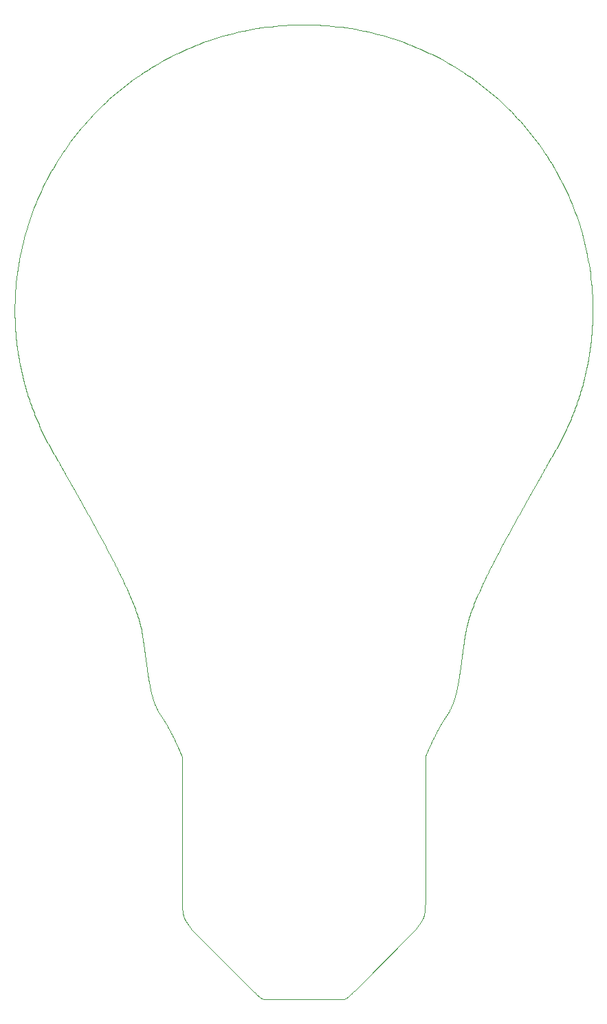
<source format=gbr>
G04                                                      *
G04 Greetings!                                           *
G04 This Gerber was generated by PCBmodE, an open source *
G04 PCB design software. Get it here:                    *
G04                                                      *
G04   http://pcbmode.com                                 *
G04                                                      *
G04 Also visit                                           *
G04                                                      *
G04   http://boldport.com                                *
G04                                                      *
G04 and follow @boldport / @pcbmode for updates!         *
G04                                                      *

G04 leading zeros omitted (L); absolute data (A); 6 integer digits and 6 fractional digits *
%FSLAX66Y66*%

G04 mode (MO): millimeters (MM) *
%MOMM*%

G04 Aperture definitions *
%ADD10C,0.001X*%
%ADD11C,0.001X*%
%ADD20C,0.05X*%

%LPD*%
D20*
G01X35593860Y-0000000D02*
G01X35593860Y-0000000D01*
G01X35005252Y-0004715D01*
G01X34418950Y-0018810D01*
G01X33835027Y-0042213D01*
G01X33253558Y-0074851D01*
G01X32674615Y-0116652D01*
G01X32098272Y-0167544D01*
G01X31524602Y-0227453D01*
G01X30953678Y-0296309D01*
G01X30385573Y-0374037D01*
G01X29820361Y-0460566D01*
G01X29258116Y-0555823D01*
G01X28698909Y-0659736D01*
G01X28142815Y-0772232D01*
G01X27589907Y-0893239D01*
G01X27040258Y-1022684D01*
G01X26493942Y-1160495D01*
G01X25951031Y-1306600D01*
G01X25411600Y-1460926D01*
G01X24875721Y-1623401D01*
G01X24343467Y-1793951D01*
G01X23814912Y-1972506D01*
G01X23290129Y-2158991D01*
G01X22769192Y-2353336D01*
G01X22252174Y-2555467D01*
G01X21739147Y-2765312D01*
G01X21230186Y-2982798D01*
G01X20725363Y-3207853D01*
G01X20224752Y-3440405D01*
G01X19728427Y-3680381D01*
G01X19236459Y-3927709D01*
G01X18748924Y-4182315D01*
G01X18265893Y-4444129D01*
G01X17787441Y-4713077D01*
G01X17313640Y-4989087D01*
G01X16844564Y-5272086D01*
G01X16380286Y-5562002D01*
G01X15920880Y-5858763D01*
G01X15466418Y-6162296D01*
G01X15016974Y-6472529D01*
G01X14572621Y-6789388D01*
G01X14133433Y-7112803D01*
G01X13699483Y-7442700D01*
G01X13270844Y-7779006D01*
G01X12847589Y-8121650D01*
G01X12429792Y-8470559D01*
G01X12017526Y-8825661D01*
G01X11610864Y-9186882D01*
G01X11209879Y-9554151D01*
G01X10814646Y-9927396D01*
G01X10425236Y-10306543D01*
G01X10041724Y-10691520D01*
G01X9664182Y-11082255D01*
G01X9292685Y-11478675D01*
G01X8927304Y-11880708D01*
G01X8568114Y-12288282D01*
G01X8215188Y-12701324D01*
G01X7868599Y-13119761D01*
G01X7528420Y-13543522D01*
G01X7194725Y-13972533D01*
G01X6867587Y-14406722D01*
G01X6547078Y-14846017D01*
G01X6233274Y-15290345D01*
G01X5926246Y-15739635D01*
G01X5626068Y-16193812D01*
G01X5332813Y-16652806D01*
G01X5046555Y-17116543D01*
G01X4767367Y-17584951D01*
G01X4495322Y-18057958D01*
G01X4230494Y-18535491D01*
G01X3972955Y-19017478D01*
G01X3722780Y-19503846D01*
G01X3480040Y-19994523D01*
G01X3244810Y-20489436D01*
G01X3017163Y-20988513D01*
G01X2797172Y-21491682D01*
G01X2584911Y-21998870D01*
G01X2380452Y-22510004D01*
G01X2183869Y-23025013D01*
G01X1995236Y-23543823D01*
G01X1814625Y-24066362D01*
G01X1642110Y-24592558D01*
G01X1477764Y-25122339D01*
G01X1321661Y-25655631D01*
G01X1173873Y-26192363D01*
G01X1034474Y-26732462D01*
G01X0903537Y-27275856D01*
G01X0781136Y-27822471D01*
G01X0667344Y-28372236D01*
G01X0562234Y-28925079D01*
G01X0465879Y-29480926D01*
G01X0378353Y-30039705D01*
G01X0299729Y-30601345D01*
G01X0230080Y-31165771D01*
G01X0169480Y-31732913D01*
G01X0118001Y-32302697D01*
G01X0075717Y-32875051D01*
G01X0042702Y-33449903D01*
G01X0019029Y-34027180D01*
G01X0004770Y-34606810D01*
G01X0000000Y-35188720D01*
G01X0000000Y-35188720D01*
G01X0000000Y-35188720D01*
G01X0000873Y-35382586D01*
G01X0002825Y-35576370D01*
G01X0005855Y-35770070D01*
G01X0009962Y-35963680D01*
G01X0015145Y-36157197D01*
G01X0021402Y-36350617D01*
G01X0028732Y-36543934D01*
G01X0037134Y-36737146D01*
G01X0046607Y-36930247D01*
G01X0057149Y-37123234D01*
G01X0068760Y-37316103D01*
G01X0081439Y-37508849D01*
G01X0095183Y-37701469D01*
G01X0109992Y-37893957D01*
G01X0125865Y-38086310D01*
G01X0142800Y-38278524D01*
G01X0160797Y-38470595D01*
G01X0179853Y-38662518D01*
G01X0199969Y-38854289D01*
G01X0221142Y-39045904D01*
G01X0243371Y-39237358D01*
G01X0266656Y-39428649D01*
G01X0290995Y-39619771D01*
G01X0316387Y-39810721D01*
G01X0342831Y-40001493D01*
G01X0370325Y-40192085D01*
G01X0398869Y-40382491D01*
G01X0428461Y-40572708D01*
G01X0459099Y-40762732D01*
G01X0490784Y-40952558D01*
G01X0523513Y-41142182D01*
G01X0557285Y-41331600D01*
G01X0592099Y-41520807D01*
G01X0627955Y-41709801D01*
G01X0664850Y-41898576D01*
G01X0702784Y-42087128D01*
G01X0741755Y-42275453D01*
G01X0781763Y-42463548D01*
G01X0822805Y-42651407D01*
G01X0864881Y-42839026D01*
G01X0907990Y-43026403D01*
G01X0952130Y-43213531D01*
G01X0997301Y-43400408D01*
G01X1043501Y-43587028D01*
G01X1090728Y-43773388D01*
G01X1138982Y-43959484D01*
G01X1188262Y-44145311D01*
G01X1238566Y-44330866D01*
G01X1289892Y-44516143D01*
G01X1342241Y-44701140D01*
G01X1395611Y-44885851D01*
G01X1450000Y-45070273D01*
G01X1505407Y-45254401D01*
G01X1561831Y-45438232D01*
G01X1619272Y-45621760D01*
G01X1677727Y-45804983D01*
G01X1737195Y-45987895D01*
G01X1797676Y-46170493D01*
G01X1859168Y-46352772D01*
G01X1921670Y-46534728D01*
G01X1985181Y-46716358D01*
G01X2049699Y-46897656D01*
G01X2115223Y-47078619D01*
G01X2181753Y-47259243D01*
G01X2249287Y-47439523D01*
G01X2317824Y-47619455D01*
G01X2387362Y-47799035D01*
G01X2457900Y-47978259D01*
G01X2529438Y-48157122D01*
G01X2601974Y-48335622D01*
G01X2675506Y-48513752D01*
G01X2750034Y-48691510D01*
G01X2825557Y-48868891D01*
G01X2902073Y-49045890D01*
G01X2979581Y-49222504D01*
G01X3058080Y-49398729D01*
G01X3137568Y-49574560D01*
G01X3218045Y-49749993D01*
G01X3299509Y-49925025D01*
G01X3381959Y-50099650D01*
G01X3465394Y-50273864D01*
G01X3549813Y-50447664D01*
G01X3635214Y-50621046D01*
G01X3721597Y-50794004D01*
G01X3808959Y-50966536D01*
G01X3897301Y-51138636D01*
G01X3986620Y-51310301D01*
G01X4076916Y-51481527D01*
G01X4168187Y-51652309D01*
G01X4260432Y-51822642D01*
G01X4353651Y-51992524D01*
G01X4447841Y-52161950D01*
G01X4543001Y-52330915D01*
G01X4639131Y-52499416D01*
G01X4736229Y-52667447D01*
G01X4834294Y-52835006D01*
G01X4933325Y-53002088D01*
G01X5033320Y-53168689D01*
G01X5134279Y-53334804D01*
G01X5236200Y-53500430D01*
G01X5236200Y-53500430D01*
G01X5236200Y-53500430D01*
G01X5342602Y-53694265D01*
G01X5450532Y-53890252D01*
G01X5559940Y-54088335D01*
G01X5670779Y-54288461D01*
G01X5783001Y-54490575D01*
G01X5896557Y-54694623D01*
G01X6011400Y-54900549D01*
G01X6127481Y-55108301D01*
G01X6244752Y-55317823D01*
G01X6363165Y-55529060D01*
G01X6482673Y-55741960D01*
G01X6603225Y-55956466D01*
G01X6724776Y-56172525D01*
G01X6847276Y-56390083D01*
G01X6970678Y-56609084D01*
G01X7094933Y-56829475D01*
G01X7219993Y-57051201D01*
G01X7345810Y-57274208D01*
G01X7472336Y-57498441D01*
G01X7599523Y-57723846D01*
G01X7727322Y-57950368D01*
G01X7855686Y-58177954D01*
G01X7984567Y-58406548D01*
G01X8113915Y-58636096D01*
G01X8243684Y-58866544D01*
G01X8373825Y-59097837D01*
G01X8504290Y-59329922D01*
G01X8635031Y-59562743D01*
G01X8765999Y-59796246D01*
G01X8897147Y-60030377D01*
G01X9028427Y-60265081D01*
G01X9159789Y-60500304D01*
G01X9291187Y-60735992D01*
G01X9422572Y-60972090D01*
G01X9553896Y-61208544D01*
G01X9685111Y-61445298D01*
G01X9816168Y-61682300D01*
G01X9947020Y-61919494D01*
G01X10077618Y-62156827D01*
G01X10207915Y-62394243D01*
G01X10337862Y-62631688D01*
G01X10467411Y-62869108D01*
G01X10596513Y-63106449D01*
G01X10725122Y-63343655D01*
G01X10853188Y-63580673D01*
G01X10980664Y-63817449D01*
G01X11107502Y-64053927D01*
G01X11233652Y-64290053D01*
G01X11359068Y-64525774D01*
G01X11483701Y-64761034D01*
G01X11607503Y-64995779D01*
G01X11730426Y-65229955D01*
G01X11852421Y-65463507D01*
G01X11973441Y-65696381D01*
G01X12093438Y-65928523D01*
G01X12212362Y-66159878D01*
G01X12330167Y-66390391D01*
G01X12446804Y-66620009D01*
G01X12562225Y-66848677D01*
G01X12676382Y-67076340D01*
G01X12789226Y-67302944D01*
G01X12900710Y-67528434D01*
G01X13010786Y-67752757D01*
G01X13119405Y-67975858D01*
G01X13226519Y-68197682D01*
G01X13332080Y-68418176D01*
G01X13436040Y-68637283D01*
G01X13538351Y-68854951D01*
G01X13638964Y-69071125D01*
G01X13737833Y-69285750D01*
G01X13834907Y-69498772D01*
G01X13930140Y-69710137D01*
G01X14023483Y-69919790D01*
G01X14114888Y-70127676D01*
G01X14204308Y-70333742D01*
G01X14291693Y-70537932D01*
G01X14376995Y-70740193D01*
G01X14460168Y-70940471D01*
G01X14541162Y-71138709D01*
G01X14619929Y-71334856D01*
G01X14696421Y-71528855D01*
G01X14770590Y-71720652D01*
G01X14842389Y-71910193D01*
G01X14911768Y-72097424D01*
G01X14978680Y-72282291D01*
G01X15043076Y-72464738D01*
G01X15104909Y-72644711D01*
G01X15164131Y-72822156D01*
G01X15220692Y-72997019D01*
G01X15274546Y-73169246D01*
G01X15325644Y-73338780D01*
G01X15373937Y-73505570D01*
G01X15419378Y-73669559D01*
G01X15461919Y-73830693D01*
G01X15501511Y-73988919D01*
G01X15538107Y-74144182D01*
G01X15571658Y-74296426D01*
G01X15602115Y-74445599D01*
G01X15629432Y-74591645D01*
G01X15653560Y-74734510D01*
G01X15653560Y-74734510D01*
G01X15653560Y-74734510D01*
G01X15675923Y-74875642D01*
G01X15697902Y-75016000D01*
G01X15719510Y-75155584D01*
G01X15740759Y-75294393D01*
G01X15761660Y-75432428D01*
G01X15782226Y-75569687D01*
G01X15802469Y-75706171D01*
G01X15822400Y-75841878D01*
G01X15842033Y-75976810D01*
G01X15861379Y-76110964D01*
G01X15880450Y-76244341D01*
G01X15899258Y-76376941D01*
G01X15917815Y-76508762D01*
G01X15936134Y-76639805D01*
G01X15954226Y-76770070D01*
G01X15972103Y-76899555D01*
G01X15989778Y-77028260D01*
G01X16007263Y-77156186D01*
G01X16024570Y-77283331D01*
G01X16041710Y-77409695D01*
G01X16058697Y-77535278D01*
G01X16075541Y-77660080D01*
G01X16092255Y-77784099D01*
G01X16108852Y-77907337D01*
G01X16125342Y-78029791D01*
G01X16141739Y-78151463D01*
G01X16158055Y-78272350D01*
G01X16174300Y-78392454D01*
G01X16190489Y-78511774D01*
G01X16206631Y-78630309D01*
G01X16222741Y-78748059D01*
G01X16238829Y-78865023D01*
G01X16254908Y-78981201D01*
G01X16270990Y-79096593D01*
G01X16287087Y-79211199D01*
G01X16303211Y-79325017D01*
G01X16319374Y-79438048D01*
G01X16335588Y-79550291D01*
G01X16351866Y-79661745D01*
G01X16368219Y-79772411D01*
G01X16384659Y-79882288D01*
G01X16401199Y-79991375D01*
G01X16417850Y-80099673D01*
G01X16434625Y-80207180D01*
G01X16451536Y-80313897D01*
G01X16468595Y-80419823D01*
G01X16485813Y-80524957D01*
G01X16503204Y-80629300D01*
G01X16520778Y-80732850D01*
G01X16538549Y-80835607D01*
G01X16556528Y-80937572D01*
G01X16574727Y-81038743D01*
G01X16593158Y-81139121D01*
G01X16611834Y-81238704D01*
G01X16630766Y-81337493D01*
G01X16649967Y-81435486D01*
G01X16669449Y-81532685D01*
G01X16689223Y-81629087D01*
G01X16709303Y-81724694D01*
G01X16729699Y-81819504D01*
G01X16750424Y-81913517D01*
G01X16771490Y-82006732D01*
G01X16792909Y-82099150D01*
G01X16814693Y-82190770D01*
G01X16836855Y-82281591D01*
G01X16859406Y-82371613D01*
G01X16882358Y-82460836D01*
G01X16905724Y-82549260D01*
G01X16929516Y-82636883D01*
G01X16953745Y-82723705D01*
G01X16978424Y-82809727D01*
G01X17003565Y-82894948D01*
G01X17029179Y-82979366D01*
G01X17055280Y-83062983D01*
G01X17081878Y-83145798D01*
G01X17108987Y-83227809D01*
G01X17136618Y-83309017D01*
G01X17164783Y-83389422D01*
G01X17193495Y-83469022D01*
G01X17222764Y-83547818D01*
G01X17252605Y-83625809D01*
G01X17283028Y-83702995D01*
G01X17314046Y-83779376D01*
G01X17345670Y-83854950D01*
G01X17377913Y-83929718D01*
G01X17410787Y-84003679D01*
G01X17444304Y-84076833D01*
G01X17478476Y-84149179D01*
G01X17513316Y-84220718D01*
G01X17548834Y-84291448D01*
G01X17585044Y-84361369D01*
G01X17621957Y-84430481D01*
G01X17659585Y-84498784D01*
G01X17697941Y-84566276D01*
G01X17737036Y-84632958D01*
G01X17776883Y-84698830D01*
G01X17817494Y-84763890D01*
G01X17858881Y-84828139D01*
G01X17901055Y-84891576D01*
G01X17944030Y-84954200D01*
G01X17944030Y-84954200D01*
G01X17944030Y-84954200D01*
G01X17987341Y-85016717D01*
G01X18030513Y-85079815D01*
G01X18073540Y-85143469D01*
G01X18116416Y-85207656D01*
G01X18159135Y-85272350D01*
G01X18201691Y-85337526D01*
G01X18244077Y-85403161D01*
G01X18286289Y-85469230D01*
G01X18328319Y-85535708D01*
G01X18370163Y-85602570D01*
G01X18411813Y-85669793D01*
G01X18453264Y-85737351D01*
G01X18494510Y-85805220D01*
G01X18535545Y-85873375D01*
G01X18576362Y-85941792D01*
G01X18616956Y-86010447D01*
G01X18657321Y-86079314D01*
G01X18697451Y-86148369D01*
G01X18737340Y-86217588D01*
G01X18776981Y-86286946D01*
G01X18816369Y-86356418D01*
G01X18855497Y-86425981D01*
G01X18894360Y-86495609D01*
G01X18932952Y-86565277D01*
G01X18971267Y-86634962D01*
G01X19009298Y-86704639D01*
G01X19047039Y-86774283D01*
G01X19084486Y-86843869D01*
G01X19121631Y-86913373D01*
G01X19158468Y-86982771D01*
G01X19194992Y-87052038D01*
G01X19231196Y-87121150D01*
G01X19267075Y-87190081D01*
G01X19302623Y-87258807D01*
G01X19337833Y-87327304D01*
G01X19372699Y-87395547D01*
G01X19407216Y-87463512D01*
G01X19441377Y-87531174D01*
G01X19475176Y-87598508D01*
G01X19508608Y-87665491D01*
G01X19541667Y-87732096D01*
G01X19574345Y-87798301D01*
G01X19606639Y-87864079D01*
G01X19638540Y-87929408D01*
G01X19670044Y-87994262D01*
G01X19701144Y-88058616D01*
G01X19731834Y-88122446D01*
G01X19762108Y-88185728D01*
G01X19791961Y-88248436D01*
G01X19821386Y-88310547D01*
G01X19850377Y-88372036D01*
G01X19878929Y-88432878D01*
G01X19907035Y-88493049D01*
G01X19934688Y-88552524D01*
G01X19961884Y-88611279D01*
G01X19988616Y-88669289D01*
G01X20014878Y-88726529D01*
G01X20040665Y-88782975D01*
G01X20065969Y-88838602D01*
G01X20090786Y-88893386D01*
G01X20115108Y-88947303D01*
G01X20138931Y-89000327D01*
G01X20162247Y-89052434D01*
G01X20185052Y-89103600D01*
G01X20207338Y-89153800D01*
G01X20229101Y-89203009D01*
G01X20250333Y-89251204D01*
G01X20271030Y-89298359D01*
G01X20291184Y-89344449D01*
G01X20310791Y-89389451D01*
G01X20329843Y-89433339D01*
G01X20348335Y-89476090D01*
G01X20366261Y-89517678D01*
G01X20383615Y-89558079D01*
G01X20400390Y-89597269D01*
G01X20416582Y-89635223D01*
G01X20432183Y-89671916D01*
G01X20447188Y-89707323D01*
G01X20461591Y-89741422D01*
G01X20475385Y-89774185D01*
G01X20488565Y-89805590D01*
G01X20501125Y-89835612D01*
G01X20513059Y-89864225D01*
G01X20524361Y-89891406D01*
G01X20535024Y-89917130D01*
G01X20545042Y-89941372D01*
G01X20554411Y-89964108D01*
G01X20563123Y-89985314D01*
G01X20571172Y-90004964D01*
G01X20578554Y-90023034D01*
G01X20585260Y-90039499D01*
G01X20591287Y-90054336D01*
G01X20596627Y-90067519D01*
G01X20601274Y-90079024D01*
G01X20605223Y-90088827D01*
G01X20608468Y-90096902D01*
G01X20611001Y-90103226D01*
G01X20612819Y-90107773D01*
G01X20613914Y-90110519D01*
G01X20614280Y-90111440D01*
G01X20614280Y-90111440D01*
G01X20614280Y-108120590D01*
G01X20614280Y-108120590D01*
G01X20620049Y-108224539D01*
G01X20625600Y-108324365D01*
G01X20630994Y-108420229D01*
G01X20636294Y-108512291D01*
G01X20641560Y-108600714D01*
G01X20646855Y-108685657D01*
G01X20652238Y-108767281D01*
G01X20657773Y-108845748D01*
G01X20663520Y-108921219D01*
G01X20669540Y-108993854D01*
G01X20675895Y-109063814D01*
G01X20682647Y-109131261D01*
G01X20689857Y-109196355D01*
G01X20697586Y-109259258D01*
G01X20705895Y-109320129D01*
G01X20714847Y-109379131D01*
G01X20724502Y-109436424D01*
G01X20734922Y-109492170D01*
G01X20746169Y-109546528D01*
G01X20758303Y-109599660D01*
G01X20771387Y-109651727D01*
G01X20785481Y-109702890D01*
G01X20800647Y-109753310D01*
G01X20816947Y-109803148D01*
G01X20834441Y-109852565D01*
G01X20853192Y-109901721D01*
G01X20873260Y-109950778D01*
G01X20894708Y-109999897D01*
G01X20917596Y-110049239D01*
G01X20941986Y-110098964D01*
G01X20967939Y-110149233D01*
G01X20995517Y-110200208D01*
G01X21024781Y-110252049D01*
G01X21055793Y-110304918D01*
G01X21088614Y-110358975D01*
G01X21123305Y-110414381D01*
G01X21159928Y-110471298D01*
G01X21198545Y-110529886D01*
G01X21239216Y-110590306D01*
G01X21282003Y-110652719D01*
G01X21326967Y-110717286D01*
G01X21374171Y-110784168D01*
G01X21423675Y-110853526D01*
G01X21475540Y-110925521D01*
G01X21529829Y-111000314D01*
G01X21586603Y-111078066D01*
G01X21645922Y-111158937D01*
G01X21707849Y-111243089D01*
G01X21772444Y-111330683D01*
G01X21839770Y-111421880D01*
G01X21839770Y-111421880D01*
G01X29345690Y-118927810D01*
G01X29345690Y-118927810D01*
G01X29430310Y-119012692D01*
G01X29510228Y-119093008D01*
G01X29585727Y-119168883D01*
G01X29657093Y-119240443D01*
G01X29724610Y-119307812D01*
G01X29788564Y-119371114D01*
G01X29849240Y-119430476D01*
G01X29906923Y-119486022D01*
G01X29961896Y-119537876D01*
G01X30014447Y-119586164D01*
G01X30064858Y-119631011D01*
G01X30113416Y-119672542D01*
G01X30160405Y-119710881D01*
G01X30206110Y-119746154D01*
G01X30250816Y-119778486D01*
G01X30294808Y-119808000D01*
G01X30338371Y-119834823D01*
G01X30381790Y-119859080D01*
G01X30425350Y-119880895D01*
G01X30469335Y-119900392D01*
G01X30514031Y-119917699D01*
G01X30559723Y-119932938D01*
G01X30606695Y-119946235D01*
G01X30655233Y-119957715D01*
G01X30705621Y-119967503D01*
G01X30758144Y-119975723D01*
G01X30813088Y-119982502D01*
G01X30870737Y-119987963D01*
G01X30931376Y-119992232D01*
G01X30995291Y-119995433D01*
G01X31062765Y-119997692D01*
G01X31134084Y-119999134D01*
G01X31209533Y-119999883D01*
G01X31235650Y-120000000D01*
G01X39952360Y-120000000D01*
G01X39952360Y-120000000D01*
G01X40029248Y-119999447D01*
G01X40101910Y-119998243D01*
G01X40170631Y-119996265D01*
G01X40235695Y-119993387D01*
G01X40297388Y-119989483D01*
G01X40355995Y-119984430D01*
G01X40411801Y-119978102D01*
G01X40465090Y-119970373D01*
G01X40516149Y-119961120D01*
G01X40565261Y-119950217D01*
G01X40612712Y-119937540D01*
G01X40658787Y-119922962D01*
G01X40703771Y-119906359D01*
G01X40747950Y-119887607D01*
G01X40791607Y-119866580D01*
G01X40835028Y-119843153D01*
G01X40878498Y-119817201D01*
G01X40922303Y-119788600D01*
G01X40966726Y-119757224D01*
G01X41012054Y-119722948D01*
G01X41058571Y-119685647D01*
G01X41106562Y-119645197D01*
G01X41156312Y-119601472D01*
G01X41208107Y-119554347D01*
G01X41262231Y-119503698D01*
G01X41318970Y-119449399D01*
G01X41378608Y-119391325D01*
G01X41441430Y-119329352D01*
G01X41507721Y-119263355D01*
G01X41577768Y-119193208D01*
G01X41651853Y-119118786D01*
G01X41730263Y-119039965D01*
G01X41813283Y-118956619D01*
G01X41842030Y-118927810D01*
G01X49347950Y-111421880D01*
G01X49347950Y-111421880D01*
G01X49415275Y-111330683D01*
G01X49479870Y-111243089D01*
G01X49541797Y-111158937D01*
G01X49601115Y-111078066D01*
G01X49657888Y-111000314D01*
G01X49712177Y-110925521D01*
G01X49764042Y-110853526D01*
G01X49813546Y-110784168D01*
G01X49860749Y-110717286D01*
G01X49905713Y-110652719D01*
G01X49948500Y-110590306D01*
G01X49989171Y-110529886D01*
G01X50027787Y-110471298D01*
G01X50064410Y-110414381D01*
G01X50099102Y-110358975D01*
G01X50131922Y-110304918D01*
G01X50162934Y-110252049D01*
G01X50192198Y-110200208D01*
G01X50219776Y-110149233D01*
G01X50245730Y-110098964D01*
G01X50270120Y-110049239D01*
G01X50293008Y-109999897D01*
G01X50314456Y-109950778D01*
G01X50334524Y-109901721D01*
G01X50353275Y-109852565D01*
G01X50370770Y-109803148D01*
G01X50387069Y-109753310D01*
G01X50402236Y-109702890D01*
G01X50416330Y-109651727D01*
G01X50429414Y-109599660D01*
G01X50441548Y-109546528D01*
G01X50452795Y-109492170D01*
G01X50463215Y-109436424D01*
G01X50472871Y-109379131D01*
G01X50481823Y-109320129D01*
G01X50490133Y-109259258D01*
G01X50497862Y-109196355D01*
G01X50505072Y-109131261D01*
G01X50511824Y-109063814D01*
G01X50518179Y-108993854D01*
G01X50524200Y-108921219D01*
G01X50529946Y-108845748D01*
G01X50535481Y-108767281D01*
G01X50540865Y-108685657D01*
G01X50546159Y-108600714D01*
G01X50551426Y-108512291D01*
G01X50556726Y-108420229D01*
G01X50562120Y-108324365D01*
G01X50567671Y-108224539D01*
G01X50573440Y-108120590D01*
G01X50573440Y-108120590D01*
G01X50573440Y-90111440D01*
G01X50573440Y-90111440D01*
G01X50573806Y-90110519D01*
G01X50574901Y-90107773D01*
G01X50576719Y-90103226D01*
G01X50579252Y-90096902D01*
G01X50582497Y-90088827D01*
G01X50586446Y-90079024D01*
G01X50591093Y-90067519D01*
G01X50596433Y-90054336D01*
G01X50602460Y-90039499D01*
G01X50609166Y-90023034D01*
G01X50616548Y-90004964D01*
G01X50624597Y-89985314D01*
G01X50633309Y-89964108D01*
G01X50642678Y-89941372D01*
G01X50652696Y-89917130D01*
G01X50663359Y-89891406D01*
G01X50674661Y-89864225D01*
G01X50686595Y-89835612D01*
G01X50699155Y-89805590D01*
G01X50712335Y-89774185D01*
G01X50726129Y-89741422D01*
G01X50740532Y-89707323D01*
G01X50755537Y-89671916D01*
G01X50771138Y-89635223D01*
G01X50787330Y-89597269D01*
G01X50804105Y-89558079D01*
G01X50821459Y-89517678D01*
G01X50839385Y-89476090D01*
G01X50857877Y-89433339D01*
G01X50876929Y-89389451D01*
G01X50896536Y-89344449D01*
G01X50916690Y-89298359D01*
G01X50937387Y-89251204D01*
G01X50958619Y-89203009D01*
G01X50980382Y-89153800D01*
G01X51002668Y-89103600D01*
G01X51025473Y-89052434D01*
G01X51048789Y-89000327D01*
G01X51072612Y-88947303D01*
G01X51096934Y-88893386D01*
G01X51121751Y-88838602D01*
G01X51147055Y-88782975D01*
G01X51172842Y-88726529D01*
G01X51199104Y-88669289D01*
G01X51225836Y-88611279D01*
G01X51253032Y-88552524D01*
G01X51280685Y-88493049D01*
G01X51308791Y-88432878D01*
G01X51337343Y-88372036D01*
G01X51366334Y-88310547D01*
G01X51395759Y-88248436D01*
G01X51425612Y-88185728D01*
G01X51455886Y-88122446D01*
G01X51486576Y-88058616D01*
G01X51517676Y-87994262D01*
G01X51549180Y-87929408D01*
G01X51581081Y-87864079D01*
G01X51613375Y-87798301D01*
G01X51646053Y-87732096D01*
G01X51679112Y-87665491D01*
G01X51712544Y-87598508D01*
G01X51746343Y-87531174D01*
G01X51780504Y-87463512D01*
G01X51815021Y-87395547D01*
G01X51849887Y-87327304D01*
G01X51885097Y-87258807D01*
G01X51920645Y-87190081D01*
G01X51956524Y-87121150D01*
G01X51992728Y-87052038D01*
G01X52029252Y-86982771D01*
G01X52066089Y-86913373D01*
G01X52103234Y-86843869D01*
G01X52140681Y-86774283D01*
G01X52178422Y-86704639D01*
G01X52216453Y-86634962D01*
G01X52254768Y-86565277D01*
G01X52293360Y-86495609D01*
G01X52332223Y-86425981D01*
G01X52371351Y-86356418D01*
G01X52410739Y-86286946D01*
G01X52450380Y-86217588D01*
G01X52490269Y-86148369D01*
G01X52530399Y-86079314D01*
G01X52570764Y-86010447D01*
G01X52611358Y-85941792D01*
G01X52652175Y-85873375D01*
G01X52693210Y-85805220D01*
G01X52734456Y-85737351D01*
G01X52775907Y-85669793D01*
G01X52817557Y-85602570D01*
G01X52859401Y-85535708D01*
G01X52901431Y-85469230D01*
G01X52943643Y-85403161D01*
G01X52986029Y-85337526D01*
G01X53028585Y-85272350D01*
G01X53071304Y-85207656D01*
G01X53114180Y-85143469D01*
G01X53157207Y-85079815D01*
G01X53200379Y-85016717D01*
G01X53243690Y-84954200D01*
G01X53243690Y-84954200D01*
G01X53243690Y-84954200D01*
G01X53286665Y-84891576D01*
G01X53328839Y-84828139D01*
G01X53370226Y-84763890D01*
G01X53410837Y-84698830D01*
G01X53450684Y-84632958D01*
G01X53489779Y-84566276D01*
G01X53528135Y-84498783D01*
G01X53565764Y-84430481D01*
G01X53602677Y-84361369D01*
G01X53638886Y-84291448D01*
G01X53674405Y-84220718D01*
G01X53709244Y-84149179D01*
G01X53743416Y-84076833D01*
G01X53776933Y-84003679D01*
G01X53809807Y-83929717D01*
G01X53842051Y-83854949D01*
G01X53873675Y-83779375D01*
G01X53904693Y-83702995D01*
G01X53935116Y-83625809D01*
G01X53964956Y-83547817D01*
G01X53994227Y-83469021D01*
G01X54022938Y-83389420D01*
G01X54051103Y-83309016D01*
G01X54078734Y-83227808D01*
G01X54105843Y-83145796D01*
G01X54132442Y-83062982D01*
G01X54158542Y-82979365D01*
G01X54184157Y-82894946D01*
G01X54209298Y-82809725D01*
G01X54233977Y-82723703D01*
G01X54258206Y-82636881D01*
G01X54281998Y-82549257D01*
G01X54305364Y-82460834D01*
G01X54328316Y-82371611D01*
G01X54350867Y-82281589D01*
G01X54373029Y-82190767D01*
G01X54394814Y-82099147D01*
G01X54416233Y-82006730D01*
G01X54437299Y-81913514D01*
G01X54458024Y-81819501D01*
G01X54478420Y-81724691D01*
G01X54498500Y-81629084D01*
G01X54518274Y-81532682D01*
G01X54537756Y-81435483D01*
G01X54556957Y-81337489D01*
G01X54575889Y-81238701D01*
G01X54594565Y-81139117D01*
G01X54612997Y-81038740D01*
G01X54631196Y-80937568D01*
G01X54649175Y-80835604D01*
G01X54666946Y-80732846D01*
G01X54684520Y-80629296D01*
G01X54701911Y-80524953D01*
G01X54719129Y-80419819D01*
G01X54736188Y-80313893D01*
G01X54753099Y-80207176D01*
G01X54769874Y-80099669D01*
G01X54786526Y-79991371D01*
G01X54803065Y-79882284D01*
G01X54819506Y-79772407D01*
G01X54835859Y-79661741D01*
G01X54852136Y-79550286D01*
G01X54868351Y-79438043D01*
G01X54884514Y-79325012D01*
G01X54900638Y-79211194D01*
G01X54916734Y-79096589D01*
G01X54932816Y-78981197D01*
G01X54948895Y-78865018D01*
G01X54964984Y-78748054D01*
G01X54981093Y-78630304D01*
G01X54997236Y-78511770D01*
G01X55013424Y-78392450D01*
G01X55029670Y-78272346D01*
G01X55045985Y-78151458D01*
G01X55062382Y-78029787D01*
G01X55078872Y-77907333D01*
G01X55095469Y-77784095D01*
G01X55112183Y-77660076D01*
G01X55129027Y-77535274D01*
G01X55146014Y-77409691D01*
G01X55163154Y-77283327D01*
G01X55180460Y-77156182D01*
G01X55197945Y-77028257D01*
G01X55215620Y-76899551D01*
G01X55233498Y-76770066D01*
G01X55251590Y-76639802D01*
G01X55269908Y-76508759D01*
G01X55288465Y-76376938D01*
G01X55307273Y-76244339D01*
G01X55326344Y-76110962D01*
G01X55345689Y-75976807D01*
G01X55365322Y-75841876D01*
G01X55385253Y-75706169D01*
G01X55405496Y-75569685D01*
G01X55426061Y-75432426D01*
G01X55446962Y-75294392D01*
G01X55468210Y-75155583D01*
G01X55489818Y-75015999D01*
G01X55511797Y-74875641D01*
G01X55534160Y-74734510D01*
G01X55534160Y-74734510D01*
G01X55534160Y-74734510D01*
G01X55558288Y-74591645D01*
G01X55585605Y-74445599D01*
G01X55616063Y-74296426D01*
G01X55649614Y-74144181D01*
G01X55686210Y-73988919D01*
G01X55725803Y-73830693D01*
G01X55768344Y-73669559D01*
G01X55813785Y-73505569D01*
G01X55862079Y-73338780D01*
G01X55913177Y-73169245D01*
G01X55967031Y-72997019D01*
G01X56023592Y-72822156D01*
G01X56082814Y-72644711D01*
G01X56144647Y-72464737D01*
G01X56209044Y-72282290D01*
G01X56275956Y-72097424D01*
G01X56345336Y-71910193D01*
G01X56417134Y-71720651D01*
G01X56491304Y-71528854D01*
G01X56567796Y-71334855D01*
G01X56646564Y-71138708D01*
G01X56727558Y-70940470D01*
G01X56810730Y-70740192D01*
G01X56896033Y-70537931D01*
G01X56983418Y-70333740D01*
G01X57072837Y-70127674D01*
G01X57164243Y-69919788D01*
G01X57257586Y-69710135D01*
G01X57352819Y-69498771D01*
G01X57449894Y-69285748D01*
G01X57548762Y-69071123D01*
G01X57649376Y-68854949D01*
G01X57751687Y-68637281D01*
G01X57855647Y-68418173D01*
G01X57961208Y-68197680D01*
G01X58068323Y-67975856D01*
G01X58176942Y-67752755D01*
G01X58287017Y-67528432D01*
G01X58398501Y-67302941D01*
G01X58511346Y-67076337D01*
G01X58625503Y-66848674D01*
G01X58740924Y-66620006D01*
G01X58857561Y-66390388D01*
G01X58975366Y-66159874D01*
G01X59094291Y-65928520D01*
G01X59214287Y-65696378D01*
G01X59335307Y-65463504D01*
G01X59457303Y-65229951D01*
G01X59580226Y-64995775D01*
G01X59704028Y-64761030D01*
G01X59828661Y-64525770D01*
G01X59954076Y-64290049D01*
G01X60080227Y-64053923D01*
G01X60207065Y-63817445D01*
G01X60334541Y-63580669D01*
G01X60462607Y-63343651D01*
G01X60591216Y-63106444D01*
G01X60720319Y-62869104D01*
G01X60849868Y-62631684D01*
G01X60979814Y-62394238D01*
G01X61110111Y-62156822D01*
G01X61240710Y-61919490D01*
G01X61371562Y-61682296D01*
G01X61502619Y-61445294D01*
G01X61633834Y-61208539D01*
G01X61765158Y-60972086D01*
G01X61896543Y-60735988D01*
G01X62027940Y-60500300D01*
G01X62159303Y-60265077D01*
G01X62290583Y-60030372D01*
G01X62421731Y-59796242D01*
G01X62552699Y-59562738D01*
G01X62683440Y-59329917D01*
G01X62813905Y-59097833D01*
G01X62944046Y-58866540D01*
G01X63073815Y-58636092D01*
G01X63203163Y-58406544D01*
G01X63332044Y-58177950D01*
G01X63460408Y-57950364D01*
G01X63588207Y-57723842D01*
G01X63715394Y-57498437D01*
G01X63841920Y-57274205D01*
G01X63967737Y-57051198D01*
G01X64092797Y-56829472D01*
G01X64217052Y-56609081D01*
G01X64340454Y-56390080D01*
G01X64462954Y-56172522D01*
G01X64584505Y-55956463D01*
G01X64705057Y-55741957D01*
G01X64824565Y-55529058D01*
G01X64942978Y-55317820D01*
G01X65060249Y-55108299D01*
G01X65176330Y-54900547D01*
G01X65291173Y-54694621D01*
G01X65404729Y-54490574D01*
G01X65516951Y-54288460D01*
G01X65627790Y-54088335D01*
G01X65737198Y-53890251D01*
G01X65845128Y-53694265D01*
G01X65951530Y-53500430D01*
G01X65951530Y-53500430D01*
G01X65951530Y-53500430D01*
G01X66053451Y-53334804D01*
G01X66154409Y-53168689D01*
G01X66254404Y-53002088D01*
G01X66353435Y-52835006D01*
G01X66451499Y-52667447D01*
G01X66548597Y-52499416D01*
G01X66644726Y-52330915D01*
G01X66739886Y-52161950D01*
G01X66834076Y-51992524D01*
G01X66927294Y-51822642D01*
G01X67019538Y-51652309D01*
G01X67110809Y-51481527D01*
G01X67201104Y-51310301D01*
G01X67290423Y-51138636D01*
G01X67378764Y-50966536D01*
G01X67466126Y-50794004D01*
G01X67552508Y-50621046D01*
G01X67637909Y-50447664D01*
G01X67722327Y-50273864D01*
G01X67805761Y-50099650D01*
G01X67888211Y-49925025D01*
G01X67969674Y-49749993D01*
G01X68050151Y-49574560D01*
G01X68129638Y-49398729D01*
G01X68208136Y-49222504D01*
G01X68285644Y-49045890D01*
G01X68362159Y-48868891D01*
G01X68437681Y-48691510D01*
G01X68512208Y-48513752D01*
G01X68585740Y-48335622D01*
G01X68658275Y-48157122D01*
G01X68729812Y-47978259D01*
G01X68800350Y-47799035D01*
G01X68869888Y-47619455D01*
G01X68938424Y-47439523D01*
G01X69005957Y-47259243D01*
G01X69072486Y-47078619D01*
G01X69138010Y-46897656D01*
G01X69202528Y-46716358D01*
G01X69266038Y-46534728D01*
G01X69328539Y-46352772D01*
G01X69390031Y-46170493D01*
G01X69450511Y-45987895D01*
G01X69509979Y-45804983D01*
G01X69568433Y-45621760D01*
G01X69625873Y-45438232D01*
G01X69682297Y-45254401D01*
G01X69737704Y-45070273D01*
G01X69792092Y-44885851D01*
G01X69845461Y-44701140D01*
G01X69897810Y-44516143D01*
G01X69949136Y-44330866D01*
G01X69999439Y-44145311D01*
G01X70048719Y-43959484D01*
G01X70096972Y-43773388D01*
G01X70144200Y-43587028D01*
G01X70190399Y-43400408D01*
G01X70235569Y-43213531D01*
G01X70279709Y-43026403D01*
G01X70322818Y-42839026D01*
G01X70364894Y-42651407D01*
G01X70405936Y-42463548D01*
G01X70445943Y-42275453D01*
G01X70484914Y-42087128D01*
G01X70522848Y-41898576D01*
G01X70559743Y-41709801D01*
G01X70595599Y-41520807D01*
G01X70630413Y-41331600D01*
G01X70664186Y-41142182D01*
G01X70696915Y-40952558D01*
G01X70728599Y-40762732D01*
G01X70759238Y-40572708D01*
G01X70788830Y-40382491D01*
G01X70817374Y-40192085D01*
G01X70844868Y-40001493D01*
G01X70871312Y-39810721D01*
G01X70896704Y-39619771D01*
G01X70921044Y-39428649D01*
G01X70944329Y-39237358D01*
G01X70966559Y-39045904D01*
G01X70987733Y-38854289D01*
G01X71007849Y-38662518D01*
G01X71026906Y-38470595D01*
G01X71044903Y-38278524D01*
G01X71061839Y-38086310D01*
G01X71077712Y-37893957D01*
G01X71092522Y-37701469D01*
G01X71106267Y-37508849D01*
G01X71118947Y-37316103D01*
G01X71130558Y-37123234D01*
G01X71141102Y-36930247D01*
G01X71150576Y-36737146D01*
G01X71158979Y-36543934D01*
G01X71166310Y-36350617D01*
G01X71172569Y-36157197D01*
G01X71177752Y-35963680D01*
G01X71181860Y-35770070D01*
G01X71184892Y-35576370D01*
G01X71186846Y-35382586D01*
G01X71187720Y-35188720D01*
G01X71187720Y-35188720D01*
G01X71187720Y-35188720D01*
G01X71182950Y-34606810D01*
G01X71168691Y-34027181D01*
G01X71145018Y-33449904D01*
G01X71112003Y-32875052D01*
G01X71069719Y-32302698D01*
G01X71018240Y-31732914D01*
G01X70957640Y-31165773D01*
G01X70887991Y-30601347D01*
G01X70809367Y-30039707D01*
G01X70721841Y-29480928D01*
G01X70625486Y-28925081D01*
G01X70520376Y-28372239D01*
G01X70406584Y-27822474D01*
G01X70284183Y-27275859D01*
G01X70153246Y-26732465D01*
G01X70013847Y-26192367D01*
G01X69866059Y-25655635D01*
G01X69709956Y-25122343D01*
G01X69545610Y-24592562D01*
G01X69373095Y-24066366D01*
G01X69192484Y-23543827D01*
G01X69003851Y-23025017D01*
G01X68807268Y-22510008D01*
G01X68602809Y-21998874D01*
G01X68390548Y-21491686D01*
G01X68170557Y-20988518D01*
G01X67942910Y-20489441D01*
G01X67707680Y-19994527D01*
G01X67464940Y-19503851D01*
G01X67214765Y-19017482D01*
G01X66957226Y-18535496D01*
G01X66692398Y-18057963D01*
G01X66420353Y-17584956D01*
G01X66141165Y-17116548D01*
G01X65854907Y-16652810D01*
G01X65561652Y-16193817D01*
G01X65261474Y-15739639D01*
G01X64954446Y-15290350D01*
G01X64640642Y-14846021D01*
G01X64320133Y-14406726D01*
G01X63992995Y-13972537D01*
G01X63659300Y-13543526D01*
G01X63319121Y-13119765D01*
G01X62972532Y-12701328D01*
G01X62619606Y-12288286D01*
G01X62260416Y-11880712D01*
G01X61895035Y-11478679D01*
G01X61523538Y-11082259D01*
G01X61145996Y-10691524D01*
G01X60762484Y-10306546D01*
G01X60373074Y-9927399D01*
G01X59977840Y-9554155D01*
G01X59576856Y-9186886D01*
G01X59170194Y-8825664D01*
G01X58757928Y-8470563D01*
G01X58340131Y-8121654D01*
G01X57916876Y-7779009D01*
G01X57488237Y-7442703D01*
G01X57054287Y-7112806D01*
G01X56615099Y-6789391D01*
G01X56170746Y-6472532D01*
G01X55721302Y-6162299D01*
G01X55266840Y-5858766D01*
G01X54807434Y-5562005D01*
G01X54343156Y-5272089D01*
G01X53874080Y-4989089D01*
G01X53400279Y-4713079D01*
G01X52921827Y-4444131D01*
G01X52438796Y-4182317D01*
G01X51951261Y-3927710D01*
G01X51459293Y-3680383D01*
G01X50962968Y-3440407D01*
G01X50462357Y-3207855D01*
G01X49957534Y-2982799D01*
G01X49448573Y-2765313D01*
G01X48935546Y-2555468D01*
G01X48418528Y-2353337D01*
G01X47897591Y-2158993D01*
G01X47372808Y-1972507D01*
G01X46844253Y-1793952D01*
G01X46311999Y-1623402D01*
G01X45776120Y-1460927D01*
G01X45236689Y-1306601D01*
G01X44693778Y-1160496D01*
G01X44147462Y-1022685D01*
G01X43597813Y-0893239D01*
G01X43044905Y-0772232D01*
G01X42488811Y-0659736D01*
G01X41929604Y-0555823D01*
G01X41367359Y-0460566D01*
G01X40802147Y-0374037D01*
G01X40234042Y-0296309D01*
G01X39663118Y-0227454D01*
G01X39089448Y-0167544D01*
G01X38513105Y-0116652D01*
G01X37934162Y-0074851D01*
G01X37352693Y-0042213D01*
G01X36768770Y-0018810D01*
G01X36182468Y-0004715D01*
G01X35593860Y-0000000D01*
G01X35593860Y-0000000D01*
G04 end of program *
M02*

</source>
